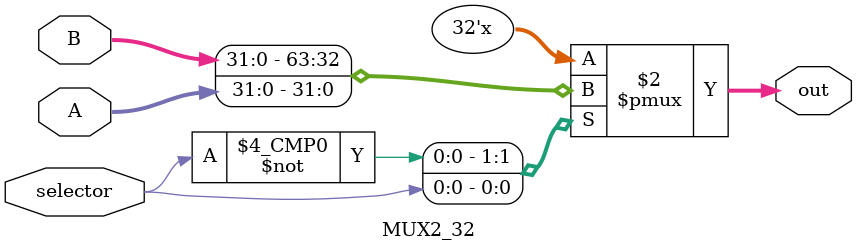
<source format=sv>
`timescale 1ns/1ns
module MUX2_5(input selector, input[4:0] A, B, output logic[4:0] out);
  always @(A, B, selector) begin
    out = 5'b0;
    case(selector)
      1'b0: out = B;
      1'b1: out = A;
    endcase
  end
endmodule

module MUX2_32(input selector, input[31:0] A, B, output logic[31:0] out);
  always @(A, B, selector) begin
    out = 32'b0;
    case(selector)
      1'b0: out = B;
      1'b1: out = A;
    endcase
  end
endmodule
</source>
